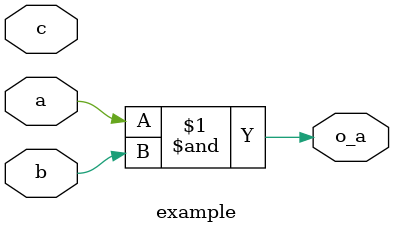
<source format=v>
module example (a, b, c, o_a);
input a, b, c;
output o_a;
wire o_c;
and and1(o_a, a, b);
and and2(o_c, a, c);
endmodule

</source>
